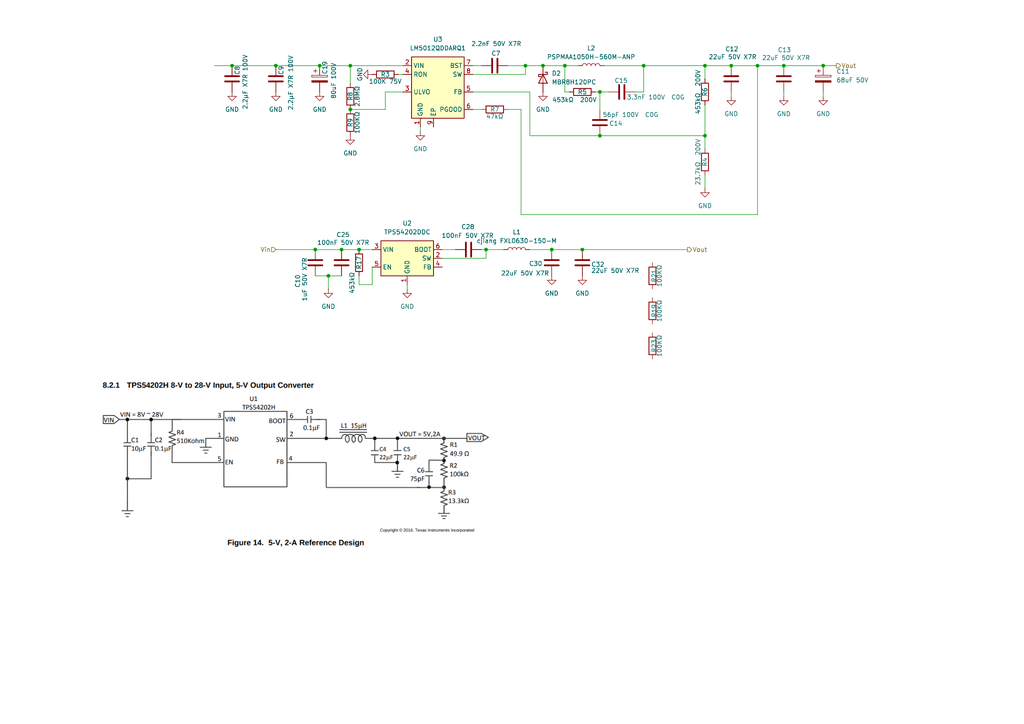
<source format=kicad_sch>
(kicad_sch (version 20250114) (generator "eeschema") (generator_version "9.0")
  (paper "A4")
  (lib_symbols
    (symbol "0_pdb_lib:LM5012QDDARQ1"
      (property "Reference" "U" (at -7.62 8.89 0))
      (property "Value" "LM5012QDDARQ1" (at -5.08 8.636 0))
      (symbol "LM5012QDDARQ1_0_1"
        (rectangle (start -7.62 7.62) (end 7.62 -10.16) (stroke (width 0.254)) (fill (type background)))
      )
      (symbol "LM5012QDDARQ1_1_1"
        (pin power_in line (at -10.16 5.08 0) (length 2.54) (name "VIN") (number "2"))
        (pin input line (at -10.16 2.54 0) (length 2.54) (name "RON") (number "4"))
        (pin input line (at -10.16 -2.54 0) (length 2.54) (name "ULVO") (number "3"))
        (pin power_in line (at -5.08 -12.7 90) (length 2.54) (name "GND") (number "1"))
        (pin power_in line (at -1.27 -12.7 90) (length 2.54) (name "EP") (number "9"))
        (pin input line (at 10.16 5.08 180) (length 2.54) (name "BST") (number "7"))
        (pin output line (at 10.16 2.54 180) (length 2.54) (name "SW") (number "8"))
        (pin input line (at 10.16 -2.54 180) (length 2.54) (name "FB") (number "5"))
        (pin output line (at 10.16 -7.62 180) (length 2.54) (name "PGOOD") (number "6"))
      )
    )
    (symbol "Device:C" (pin_numbers (hide yes)) (pin_names (offset 0.254))
      (property "Reference" "C" (at 0.635 2.54 0))
      (property "Value" "C" (at 0.635 -2.54 0))
      (symbol "C_0_1"
        (polyline (pts (xy -2.032 0.762) (xy 2.032 0.762)) (stroke (width 0.508)))
        (polyline (pts (xy -2.032 -0.762) (xy 2.032 -0.762)) (stroke (width 0.508)))
      )
      (symbol "C_1_1"
        (pin passive line (at 0 3.81 270) (length 2.794) (name "~") (number "1"))
        (pin passive line (at 0 -3.81 90) (length 2.794) (name "~") (number "2"))
      )
    )
    (symbol "Device:C_Polarized" (pin_numbers (hide yes)) (pin_names (offset 0.254))
      (property "Reference" "C" (at 0.635 2.54 0))
      (property "Value" "C_Polarized" (at 0.635 -2.54 0))
      (symbol "C_Polarized_0_1"
        (rectangle (start -2.286 0.508) (end 2.286 1.016))
        (polyline (pts (xy -1.778 2.286) (xy -0.762 2.286)))
        (polyline (pts (xy -1.27 2.794) (xy -1.27 1.778)))
        (rectangle (start 2.286 -0.508) (end -2.286 -1.016) (fill (type outline)))
      )
      (symbol "C_Polarized_1_1"
        (pin passive line (at 0 3.81 270) (length 2.794) (name "~") (number "1"))
        (pin passive line (at 0 -3.81 90) (length 2.794) (name "~") (number "2"))
      )
    )
    (symbol "Device:D_Schottky" (pin_numbers (hide yes)) (pin_names (offset 1.016) (hide yes))
      (property "Reference" "D" (at 0 2.54 0))
      (property "Value" "D_Schottky" (at 0 -2.54 0))
      (symbol "D_Schottky_0_1"
        (polyline (pts (xy -1.905 0.635) (xy -1.905 1.27) (xy -1.27 1.27) (xy -1.27 -1.27) (xy -0.635 -1.27) (xy -0.635 -0.635)) (stroke (width 0.254)))
        (polyline (pts (xy 1.27 1.27) (xy 1.27 -1.27) (xy -1.27 0) (xy 1.27 1.27)) (stroke (width 0.254)))
        (polyline (pts (xy 1.27 0) (xy -1.27 0)))
      )
      (symbol "D_Schottky_1_1"
        (pin passive line (at -3.81 0 0) (length 2.54) (name "K") (number "1"))
        (pin passive line (at 3.81 0 180) (length 2.54) (name "A") (number "2"))
      )
    )
    (symbol "Device:L" (pin_numbers (hide yes)) (pin_names (offset 1.016) (hide yes))
      (property "Reference" "L" (at -1.27 0 90))
      (property "Value" "L" (at 1.905 0 90))
      (symbol "L_0_1"
        (arc (start 0 2.54) (mid 0.6323 1.905) (end 0 1.27))
        (arc (start 0 1.27) (mid 0.6323 0.635) (end 0 0))
        (arc (start 0 0) (mid 0.6323 -0.635) (end 0 -1.27))
        (arc (start 0 -1.27) (mid 0.6323 -1.905) (end 0 -2.54))
      )
      (symbol "L_1_1"
        (pin passive line (at 0 3.81 270) (length 1.27) (name "1") (number "1"))
        (pin passive line (at 0 -3.81 90) (length 1.27) (name "2") (number "2"))
      )
    )
    (symbol "Device:R" (pin_numbers (hide yes)) (pin_names (offset 0))
      (property "Reference" "R" (at 2.032 0 90))
      (property "Value" "R" (at 0 0 90))
      (symbol "R_0_1"
        (rectangle (start -1.016 -2.54) (end 1.016 2.54) (stroke (width 0.254)))
      )
      (symbol "R_1_1"
        (pin passive line (at 0 3.81 270) (length 1.27) (name "~") (number "1"))
        (pin passive line (at 0 -3.81 90) (length 1.27) (name "~") (number "2"))
      )
    )
    (symbol "Regulator_Switching:TPS54202DDC"
      (property "Reference" "U" (at -7.62 6.35 0))
      (property "Value" "TPS54202DDC" (at 0 6.35 0))
      (symbol "TPS54202DDC_0_1"
        (rectangle (start -7.62 5.08) (end 7.62 -5.08) (stroke (width 0.254)) (fill (type background)))
      )
      (symbol "TPS54202DDC_1_1"
        (pin power_in line (at -10.16 2.54 0) (length 2.54) (name "VIN") (number "3"))
        (pin input line (at -10.16 -2.54 0) (length 2.54) (name "EN") (number "5"))
        (pin power_in line (at 0 -7.62 90) (length 2.54) (name "GND") (number "1"))
        (pin passive line (at 10.16 2.54 180) (length 2.54) (name "BOOT") (number "6"))
        (pin power_out line (at 10.16 0 180) (length 2.54) (name "SW") (number "2"))
        (pin input line (at 10.16 -2.54 180) (length 2.54) (name "FB") (number "4"))
      )
    )
    (symbol "power:GND" (power) (pin_numbers (hide yes)) (pin_names (offset 0) (hide yes))
      (property "Value" "GND" (at 0 -3.81 0))
      (symbol "GND_0_1"
        (polyline (pts (xy 0 0) (xy 0 -1.27) (xy 1.27 -1.27) (xy 0 -2.54) (xy -1.27 -1.27) (xy 0 -1.27)))
      )
      (symbol "GND_1_1"
        (pin power_in line (at 0 0 270) (length 0) (name "~") (number "1"))
      )
    )
  )
  (junction (at 67.31 19.05))
  (junction (at 168.91 72.39))
  (junction (at 101.6 19.05))
  (junction (at 204.47 19.05))
  (junction (at 212.09 19.05))
  (junction (at 91.44 72.39))
  (junction (at 227.33 19.05))
  (junction (at 92.71 19.05))
  (junction (at 95.25 80.01))
  (junction (at 173.99 26.67))
  (junction (at 157.48 19.05))
  (junction (at 163.83 19.05))
  (junction (at 219.71 19.05))
  (junction (at 204.47 39.37))
  (junction (at 238.76 19.05))
  (junction (at 140.97 72.39))
  (junction (at 99.06 72.39))
  (junction (at 104.14 72.39))
  (junction (at 152.4 19.05))
  (junction (at 173.99 39.37))
  (junction (at 101.6 31.75))
  (junction (at 186.69 19.05))
  (junction (at 160.02 72.39))
  (junction (at 80.01 19.05))
  (wire (pts (xy 140.97 72.39) (xy 140.97 74.93)))
  (wire (pts (xy 137.16 21.59) (xy 152.4 21.59)))
  (wire (pts (xy 121.92 38.1) (xy 121.92 36.83)))
  (wire (pts (xy 152.4 21.59) (xy 152.4 19.05)))
  (wire (pts (xy 157.48 19.05) (xy 163.83 19.05)))
  (wire (pts (xy 204.47 54.61) (xy 204.47 50.8)))
  (wire (pts (xy 227.33 19.05) (xy 238.76 19.05)))
  (wire (pts (xy 172.72 26.67) (xy 173.99 26.67)))
  (wire (pts (xy 139.7 72.39) (xy 140.97 72.39)))
  (wire (pts (xy 137.16 19.05) (xy 139.7 19.05)))
  (wire (pts (xy 140.97 74.93) (xy 128.27 74.93)))
  (wire (pts (xy 165.1 26.67) (xy 163.83 26.67)))
  (wire (pts (xy 238.76 26.67) (xy 238.76 27.94)))
  (wire (pts (xy 101.6 19.05) (xy 101.6 24.13)))
  (wire (pts (xy 104.14 72.39) (xy 107.95 72.39)))
  (wire (pts (xy 62.23 19.05) (xy 67.31 19.05)))
  (wire (pts (xy 204.47 30.48) (xy 204.47 39.37)))
  (wire (pts (xy 186.69 19.05) (xy 186.69 26.67)))
  (wire (pts (xy 104.14 82.55) (xy 107.95 82.55)))
  (wire (pts (xy 153.67 39.37) (xy 173.99 39.37)))
  (wire (pts (xy 95.25 83.82) (xy 95.25 80.01)))
  (wire (pts (xy 111.76 26.67) (xy 111.76 31.75)))
  (wire (pts (xy 152.4 19.05) (xy 147.32 19.05)))
  (wire (pts (xy 101.6 19.05) (xy 116.84 19.05)))
  (wire (pts (xy 111.76 31.75) (xy 101.6 31.75)))
  (wire (pts (xy 115.57 21.59) (xy 116.84 21.59)))
  (wire (pts (xy 163.83 26.67) (xy 163.83 19.05)))
  (wire (pts (xy 137.16 26.67) (xy 153.67 26.67)))
  (wire (pts (xy 80.01 19.05) (xy 92.71 19.05)))
  (wire (pts (xy 91.44 80.01) (xy 95.25 80.01)))
  (wire (pts (xy 163.83 19.05) (xy 167.64 19.05)))
  (wire (pts (xy 204.47 39.37) (xy 204.47 43.18)))
  (wire (pts (xy 238.76 19.05) (xy 242.57 19.05)))
  (wire (pts (xy 160.02 72.39) (xy 168.91 72.39)))
  (wire (pts (xy 168.91 72.39) (xy 199.39 72.39)))
  (wire (pts (xy 91.44 72.39) (xy 99.06 72.39)))
  (wire (pts (xy 151.13 31.75) (xy 151.13 62.23)))
  (wire (pts (xy 173.99 26.67) (xy 173.99 31.75)))
  (wire (pts (xy 99.06 72.39) (xy 104.14 72.39)))
  (wire (pts (xy 151.13 62.23) (xy 219.71 62.23)))
  (wire (pts (xy 104.14 80.01) (xy 104.14 82.55)))
  (wire (pts (xy 175.26 19.05) (xy 186.69 19.05)))
  (wire (pts (xy 186.69 26.67) (xy 184.15 26.67)))
  (wire (pts (xy 92.71 19.05) (xy 101.6 19.05)))
  (wire (pts (xy 204.47 39.37) (xy 173.99 39.37)))
  (wire (pts (xy 212.09 26.67) (xy 212.09 27.94)))
  (wire (pts (xy 204.47 19.05) (xy 212.09 19.05)))
  (wire (pts (xy 219.71 19.05) (xy 227.33 19.05)))
  (wire (pts (xy 212.09 19.05) (xy 219.71 19.05)))
  (wire (pts (xy 67.31 19.05) (xy 80.01 19.05)))
  (wire (pts (xy 118.11 83.82) (xy 118.11 82.55)))
  (wire (pts (xy 227.33 26.67) (xy 227.33 27.94)))
  (wire (pts (xy 153.67 72.39) (xy 160.02 72.39)))
  (wire (pts (xy 152.4 19.05) (xy 157.48 19.05)))
  (wire (pts (xy 128.27 72.39) (xy 132.08 72.39)))
  (wire (pts (xy 173.99 26.67) (xy 176.53 26.67)))
  (wire (pts (xy 153.67 26.67) (xy 153.67 39.37)))
  (wire (pts (xy 107.95 82.55) (xy 107.95 77.47)))
  (wire (pts (xy 147.32 31.75) (xy 151.13 31.75)))
  (wire (pts (xy 219.71 62.23) (xy 219.71 19.05)))
  (wire (pts (xy 137.16 31.75) (xy 139.7 31.75)))
  (wire (pts (xy 95.25 80.01) (xy 99.06 80.01)))
  (wire (pts (xy 80.01 72.39) (xy 91.44 72.39)))
  (wire (pts (xy 140.97 72.39) (xy 146.05 72.39)))
  (wire (pts (xy 204.47 22.86) (xy 204.47 19.05)))
  (wire (pts (xy 186.69 19.05) (xy 204.47 19.05)))
  (wire (pts (xy 116.84 26.67) (xy 111.76 26.67)))
  (image (at 85.09 134.62) (scale 0.456715))
  (hierarchical_label "Vout" (shape output) (at 242.57 19.05 0))
  (hierarchical_label "Vout" (shape output) (at 199.39 72.39 0))
  (hierarchical_label "Vin" (shape input) (at 80.01 72.39 180))
  (symbol (lib_id "Device:C") (at 227.33 22.86 180) (unit 1)
    (property "Reference" "C13" (at 225.552 14.478 0) (effects (justify right)))
    (property "Value" "22uF 50V X7R" (at 220.98 16.764 0) (effects (justify right)))
    (property "Footprint" "Capacitor_SMD:C_1812_4532Metric" (effects (hide yes)))
    (property "Description" "Unpolarized capacitor" (effects (hide yes)))
    (property "LCSC Part #" "C22388553" (effects (hide yes)))
    (instances (project "pdb" (path "" (reference "C13") (unit 1)) (path "" (reference "C21") (unit 1))))
  )
  (symbol (lib_id "power:GND") (at 101.6 39.37 0) (unit 1)
    (property "Reference" "#PWR045" (effects (hide yes)))
    (property "Value" "GND" (at 101.6 44.45 0))
    (property "Description" "Power symbol creates a global label with name \"GND\" , ground" (effects (hide yes)))
    (instances (project "pdb" (path "" (reference "#PWR045") (unit 1)) (path "" (reference "#PWR067") (unit 1))))
  )
  (symbol (lib_id "Device:R") (at 189.23 100.33 0) (unit 1)
    (property "Reference" "R23" (at 189.738 100.33 90))
    (property "Value" "100KΩ" (at 191.262 100.33 90))
    (property "Footprint" "Resistor_SMD:R_1206_3216Metric" (effects (hide yes)))
    (property "Description" "Resistor" (effects (hide yes)))
    (property "LCSC Part #" "C17900" (effects (hide yes)))
    (instances (project "pdb" (path "" (reference "R23") (unit 1)) (path "" (reference "R24") (unit 1))))
  )
  (symbol (lib_id "Device:D_Schottky") (at 157.48 22.86 270) (unit 1)
    (property "Reference" "D" (at 160.02 21.2724 90) (effects (justify left)))
    (property "Value" "MBR8H120PC" (at 160.02 23.8124 90) (effects (justify left)))
    (property "Footprint" "Library:TO-277C" (effects (hide yes)))
    (property "Description" "Schottky diode" (effects (hide yes)))
    (property "LCSC Part #" "C19845038" (effects (hide yes)))
    (instances (project "pdb" (path "" (reference "D2") (unit 1))))
  )
  (symbol (lib_id "Device:R") (at 168.91 26.67 270) (unit 1)
    (property "Reference" "R5" (at 168.91 26.67 90))
    (property "Value" "453kΩ  200V" (at 166.624 28.956 90))
    (property "Footprint" "Resistor_SMD:R_1206_3216Metric" (effects (hide yes)))
    (property "Description" "Resistor" (effects (hide yes)))
    (property "LCSC Part #" "C2085565" (effects (hide yes)))
    (instances (project "pdb" (path "" (reference "R5") (unit 1)) (path "" (reference "R11") (unit 1))))
  )
  (symbol (lib_id "Device:L") (at 149.86 72.39 90) (unit 1)
    (property "Reference" "L1" (at 149.86 67.31 90))
    (property "Value" "cjiang FXL0630-150-M" (at 149.86 69.85 90))
    (property "Footprint" "Inductor_SMD:L_Sunlord_MWSA0624S" (effects (hide yes)))
    (property "Description" "Inductor" (effects (hide yes)))
    (property "LCSC Part #" "C177243" (effects (hide yes)))
    (instances (project "pdb" (path "" (reference "L1") (unit 1)) (path "" (reference "L3") (unit 1))))
  )
  (symbol (lib_id "Device:R") (at 204.47 46.99 180) (unit 1)
    (property "Reference" "R4" (at 204.47 46.99 90))
    (property "Value" "23.7kΩ  200V" (at 202.438 46.99 90))
    (property "Footprint" "Resistor_SMD:R_1206_3216Metric" (effects (hide yes)))
    (property "Description" "Resistor" (effects (hide yes)))
    (property "LCSC Part #" "C2085565" (effects (hide yes)))
    (instances (project "pdb" (path "" (reference "R4") (unit 1)) (path "" (reference "R16") (unit 1))))
  )
  (symbol (lib_id "power:GND") (at 107.95 21.59 270) (unit 1)
    (property "Reference" "#PWR046" (effects (hide yes)))
    (property "Value" "GND" (at 104.394 23.622 0) (effects (justify right)))
    (property "Description" "Power symbol creates a global label with name \"GND\" , ground" (effects (hide yes)))
    (instances (project "pdb" (path "" (reference "#PWR046") (unit 1)) (path "" (reference "#PWR024") (unit 1))))
  )
  (symbol (lib_id "Device:C") (at 67.31 22.86 0) (unit 1)
    (property "Reference" "C8" (at 68.834 19.05 90) (effects (justify right)))
    (property "Value" "2.2µF X7R 100V" (at 71.12 15.748 90) (effects (justify right)))
    (property "Footprint" "Capacitor_SMD:C_1206_3216Metric" (effects (hide yes)))
    (property "Description" "Unpolarized capacitor" (effects (hide yes)))
    (property "LCSC Part #" "C577211" (effects (hide yes)))
    (instances (project "pdb" (path "" (reference "C8") (unit 1)) (path "" (reference "C17") (unit 1))))
  )
  (symbol (lib_id "Device:R") (at 111.76 21.59 270) (unit 1)
    (property "Reference" "R3" (at 111.76 21.59 90))
    (property "Value" "100K 75V" (at 111.76 23.622 90))
    (property "Footprint" "Resistor_SMD:R_0603_1608Metric" (effects (hide yes)))
    (property "Description" "Resistor" (effects (hide yes)))
    (property "LCSC Part #" "C25803" (effects (hide yes)))
    (instances (project "pdb" (path "" (reference "R3") (unit 1)) (path "" (reference "R10") (unit 1))))
  )
  (symbol (lib_id "Device:R") (at 104.14 76.2 180) (unit 1)
    (property "Reference" "R17" (at 104.14 76.2 90))
    (property "Value" "453kΩ" (at 102.108 82.042 90))
    (property "Footprint" "Resistor_SMD:R_1206_3216Metric" (effects (hide yes)))
    (property "Description" "Resistor" (effects (hide yes)))
    (property "LCSC Part #" "C2085565" (effects (hide yes)))
    (instances (project "pdb" (path "" (reference "R17") (unit 1)) (path "" (reference "R18") (unit 1))))
  )
  (symbol (lib_id "Device:C") (at 143.51 19.05 90) (unit 1)
    (property "Reference" "C7" (at 142.494 15.494 90) (effects (justify right)))
    (property "Value" "2.2nF 50V X7R" (at 136.652 12.7 90) (effects (justify right)))
    (property "Footprint" "Capacitor_SMD:C_0603_1608Metric" (effects (hide yes)))
    (property "Description" "Unpolarized capacitor" (effects (hide yes)))
    (property "LCSC Part #" "C86023" (effects (hide yes)))
    (instances (project "pdb" (path "" (reference "C7") (unit 1)) (path "" (reference "C16") (unit 1))))
  )
  (symbol (lib_id "Device:C_Polarized") (at 238.76 22.86 0) (unit 1)
    (property "Reference" "C11" (at 242.57 20.7009 0) (effects (justify left)))
    (property "Value" "68uF 50V" (at 242.57 23.2409 0) (effects (justify left)))
    (property "Footprint" "Capacitor_SMD:CP_Elec_6.3x7.7" (effects (hide yes)))
    (property "Description" "Polarized capacitor" (effects (hide yes)))
    (property "LCSC Part #" "C5221836" (effects (hide yes)))
    (instances (project "pdb" (path "" (reference "C11") (unit 1)) (path "" (reference "C22") (unit 1))))
  )
  (symbol (lib_id "power:GND") (at 67.31 26.67 0) (unit 1)
    (property "Reference" "#PWR" (effects (hide yes)))
    (property "Value" "GND" (at 67.31 31.75 0))
    (property "Description" "Power symbol creates a global label with name \"GND\" , ground" (effects (hide yes)))
    (instances (project "pdb" (path "" (reference "#PWR027") (unit 1))))
  )
  (symbol (lib_id "power:GND") (at 157.48 26.67 0) (unit 1)
    (property "Reference" "#PWR048" (effects (hide yes)))
    (property "Value" "GND" (at 157.48 31.75 0))
    (property "Description" "Power symbol creates a global label with name \"GND\" , ground" (effects (hide yes)))
    (instances (project "pdb" (path "" (reference "#PWR048") (unit 1)) (path "" (reference "#PWR062") (unit 1))))
  )
  (symbol (lib_id "power:GND") (at 238.76 27.94 0) (unit 1)
    (property "Reference" "#PWR052" (effects (hide yes)))
    (property "Value" "GND" (at 238.76 33.02 0))
    (property "Description" "Power symbol creates a global label with name \"GND\" , ground" (effects (hide yes)))
    (instances (project "pdb" (path "" (reference "#PWR052") (unit 1)) (path "" (reference "#PWR065") (unit 1))))
  )
  (symbol (lib_id "power:GND") (at 118.11 83.82 0) (unit 1)
    (property "Reference" "#PWR070" (effects (hide yes)))
    (property "Value" "GND" (at 118.11 88.9 0))
    (property "Description" "Power symbol creates a global label with name \"GND\" , ground" (effects (hide yes)))
    (instances (project "pdb" (path "" (reference "#PWR070") (unit 1)) (path "" (reference "#PWR071") (unit 1))))
  )
  (symbol (lib_id "Device:L") (at 171.45 19.05 90) (unit 1)
    (property "Reference" "L" (at 171.45 13.97 90))
    (property "Value" "PSPMAA1050H-560M-ANP" (at 171.45 16.51 90))
    (property "Footprint" "Inductor_SMD:L_Sunlord_MWSA1005S" (effects (hide yes)))
    (property "Description" "Inductor" (effects (hide yes)))
    (property "LCSC Part #" "C5273831" (effects (hide yes)))
    (instances (project "pdb" (path "" (reference "L2") (unit 1))))
  )
  (symbol (lib_id "Device:C") (at 135.89 72.39 90) (unit 1)
    (property "Reference" "C28" (at 137.668 65.786 90) (effects (justify left)))
    (property "Value" "100nF 50V X7R" (at 143.256 68.326 90) (effects (justify left)))
    (property "Footprint" "Capacitor_SMD:C_0603_1608Metric" (effects (hide yes)))
    (property "Description" "Unpolarized capacitor" (effects (hide yes)))
    (property "LCSC Part #" "C14663" (effects (hide yes)))
    (instances (project "pdb" (path "" (reference "C28") (unit 1)) (path "" (reference "C29") (unit 1))))
  )
  (symbol (lib_id "power:GND") (at 204.47 54.61 0) (unit 1)
    (property "Reference" "#PWR049" (effects (hide yes)))
    (property "Value" "GND" (at 204.47 59.69 0))
    (property "Description" "Power symbol creates a global label with name \"GND\" , ground" (effects (hide yes)))
    (instances (project "pdb" (path "" (reference "#PWR049") (unit 1)) (path "" (reference "#PWR068") (unit 1))))
  )
  (symbol (lib_id "Device:R") (at 101.6 27.94 0) (unit 1)
    (property "Reference" "R8" (at 101.6 27.94 90))
    (property "Value" "2.8MΩ" (at 103.632 27.94 90))
    (property "Footprint" "Resistor_SMD:R_1206_3216Metric" (effects (hide yes)))
    (property "Description" "Resistor" (effects (hide yes)))
    (property "LCSC Part #" "C488723" (effects (hide yes)))
    (instances (project "pdb" (path "" (reference "R8") (unit 1)) (path "" (reference "R13") (unit 1))))
  )
  (symbol (lib_id "Device:C") (at 180.34 26.67 270) (unit 1)
    (property "Reference" "C15" (at 182.118 23.368 90) (effects (justify right)))
    (property "Value" "3.3nF 100V  C0G" (at 198.628 28.194 90) (effects (justify right)))
    (property "Footprint" "Capacitor_SMD:C_1206_3216Metric" (effects (hide yes)))
    (property "Description" "Unpolarized capacitor" (effects (hide yes)))
    (property "LCSC Part #" "C2915710" (effects (hide yes)))
    (instances (project "pdb" (path "" (reference "C15") (unit 1)) (path "" (reference "C23") (unit 1))))
  )
  (symbol (lib_id "Device:C_Polarized") (at 92.71 22.86 0) (unit 1)
    (property "Reference" "C" (at 94.234 21.59 90) (effects (justify left)))
    (property "Value" "80uF 100V" (at 96.774 28.702 90) (effects (justify left)))
    (property "Footprint" "Capacitor_SMD:CP_Elec_10x10.5" (effects (hide yes)))
    (property "Description" "Polarized capacitor" (effects (hide yes)))
    (property "LCSC Part #" "C22387789" (effects (hide yes)))
    (instances (project "pdb" (path "" (reference "C19") (unit 1))))
  )
  (symbol (lib_id "Device:C") (at 99.06 76.2 0) (unit 1)
    (property "Reference" "C25" (at 97.536 68.072 0) (effects (justify left)))
    (property "Value" "100nF 50V X7R" (at 91.948 70.358 0) (effects (justify left)))
    (property "Footprint" "Capacitor_SMD:C_0603_1608Metric" (effects (hide yes)))
    (property "Description" "Unpolarized capacitor" (effects (hide yes)))
    (property "LCSC Part #" "C14663" (effects (hide yes)))
    (instances (project "pdb" (path "" (reference "C25") (unit 1)) (path "" (reference "C27") (unit 1))))
  )
  (symbol (lib_id "Device:R") (at 101.6 35.56 0) (unit 1)
    (property "Reference" "R9" (at 101.6 35.56 90))
    (property "Value" "100KΩ" (at 103.632 35.56 90))
    (property "Footprint" "Resistor_SMD:R_1206_3216Metric" (effects (hide yes)))
    (property "Description" "Resistor" (effects (hide yes)))
    (property "LCSC Part #" "C17900" (effects (hide yes)))
    (instances (project "pdb" (path "" (reference "R9") (unit 1)) (path "" (reference "R15") (unit 1))))
  )
  (symbol (lib_id "Device:R") (at 204.47 26.67 180) (unit 1)
    (property "Reference" "R6" (at 204.47 26.67 90))
    (property "Value" "453kΩ  200V" (at 202.438 26.67 90))
    (property "Footprint" "Resistor_SMD:R_1206_3216Metric" (effects (hide yes)))
    (property "Description" "Resistor" (effects (hide yes)))
    (property "LCSC Part #" "C2085565" (effects (hide yes)))
    (instances (project "pdb" (path "" (reference "R6") (unit 1)) (path "" (reference "R12") (unit 1))))
  )
  (symbol (lib_id "power:GND") (at 168.91 80.01 0) (unit 1)
    (property "Reference" "#PWR074" (effects (hide yes)))
    (property "Value" "GND" (at 168.91 85.09 0))
    (property "Description" "Power symbol creates a global label with name \"GND\" , ground" (effects (hide yes)))
    (instances (project "pdb" (path "" (reference "#PWR074") (unit 1)) (path "" (reference "#PWR075") (unit 1))))
  )
  (symbol (lib_id "Device:R") (at 189.23 90.17 0) (unit 1)
    (property "Reference" "R19" (at 189.738 90.17 90))
    (property "Value" "100KΩ" (at 191.262 90.17 90))
    (property "Footprint" "Resistor_SMD:R_1206_3216Metric" (effects (hide yes)))
    (property "Description" "Resistor" (effects (hide yes)))
    (property "LCSC Part #" "C17900" (effects (hide yes)))
    (instances (project "pdb" (path "" (reference "R19") (unit 1)) (path "" (reference "R20") (unit 1))))
  )
  (symbol (lib_id "Device:R") (at 143.51 31.75 270) (unit 1)
    (property "Reference" "R7" (at 143.51 31.75 90))
    (property "Value" "47kΩ" (at 143.51 33.782 90))
    (property "Footprint" "Resistor_SMD:R_0805_2012Metric" (effects (hide yes)))
    (property "Description" "Resistor" (effects (hide yes)))
    (property "LCSC Part #" "C17713" (effects (hide yes)))
    (instances (project "pdb" (path "" (reference "R7") (unit 1)) (path "" (reference "R14") (unit 1))))
  )
  (symbol (lib_id "Device:C") (at 160.02 76.2 180) (unit 1)
    (property "Reference" "C30" (at 153.416 76.454 0) (effects (justify right)))
    (property "Value" "22uF 50V X7R" (at 145.288 79.248 0) (effects (justify right)))
    (property "Footprint" "Capacitor_SMD:C_1812_4532Metric" (effects (hide yes)))
    (property "Description" "Unpolarized capacitor" (effects (hide yes)))
    (property "LCSC Part #" "C22388553" (effects (hide yes)))
    (instances (project "pdb" (path "" (reference "C30") (unit 1)) (path "" (reference "C31") (unit 1))))
  )
  (symbol (lib_id "Device:C") (at 168.91 76.2 180) (unit 1)
    (property "Reference" "C32" (at 171.45 76.708 0) (effects (justify right)))
    (property "Value" "22uF 50V X7R" (at 171.45 78.486 0) (effects (justify right)))
    (property "Footprint" "Capacitor_SMD:C_1812_4532Metric" (effects (hide yes)))
    (property "Description" "Unpolarized capacitor" (effects (hide yes)))
    (property "LCSC Part #" "C22388553" (effects (hide yes)))
    (instances (project "pdb" (path "" (reference "C32") (unit 1)) (path "" (reference "C33") (unit 1))))
  )
  (symbol (lib_id "Device:C") (at 80.01 22.86 0) (unit 1)
    (property "Reference" "C9" (at 81.534 19.05 90) (effects (justify right)))
    (property "Value" "2.2µF X7R 100V" (at 84.328 16.002 90) (effects (justify right)))
    (property "Footprint" "Capacitor_SMD:C_1206_3216Metric" (effects (hide yes)))
    (property "Description" "Unpolarized capacitor" (effects (hide yes)))
    (property "LCSC Part #" "C577211" (effects (hide yes)))
    (instances (project "pdb" (path "" (reference "C9") (unit 1)) (path "" (reference "C18") (unit 1))))
  )
  (symbol (lib_id "power:GND") (at 92.71 26.67 0) (unit 1)
    (property "Reference" "#PWR044" (effects (hide yes)))
    (property "Value" "GND" (at 92.71 31.75 0))
    (property "Description" "Power symbol creates a global label with name \"GND\" , ground" (effects (hide yes)))
    (instances (project "pdb" (path "" (reference "#PWR044") (unit 1)) (path "" (reference "#PWR061") (unit 1))))
  )
  (symbol (lib_id "power:GND") (at 80.01 26.67 0) (unit 1)
    (property "Reference" "#PWR043" (effects (hide yes)))
    (property "Value" "GND" (at 80.01 31.75 0))
    (property "Description" "Power symbol creates a global label with name \"GND\" , ground" (effects (hide yes)))
    (instances (project "pdb" (path "" (reference "#PWR043") (unit 1)) (path "" (reference "#PWR060") (unit 1))))
  )
  (symbol (lib_id "Regulator_Switching:TPS54202DDC") (at 118.11 74.93 0) (unit 1)
    (property "Reference" "U2" (at 118.11 64.77 0))
    (property "Value" "TPS54202DDC" (at 118.11 67.31 0))
    (property "Footprint" "Package_TO_SOT_SMD:SOT-23-6" (effects (hide yes)))
    (property "Datasheet" "http://www.ti.com/lit/ds/symlink/tps54202.pdf" (effects (hide yes)))
    (property "Description" "2A, 4.5 to 28V Input, EMI Friendly integrated switch synchronous step-down regulator, pulse-skipping, SOT-23-6" (effects (hide yes)))
    (instances (project "" (path "" (reference "U2") (unit 1)) (path "" (reference "U4") (unit 1))))
  )
  (symbol (lib_id "Device:C") (at 212.09 22.86 180) (unit 1)
    (property "Reference" "C12" (at 210.312 14.224 0) (effects (justify right)))
    (property "Value" "22uF 50V X7R" (at 205.486 16.51 0) (effects (justify right)))
    (property "Footprint" "Capacitor_SMD:C_1812_4532Metric" (effects (hide yes)))
    (property "Description" "Unpolarized capacitor" (effects (hide yes)))
    (property "LCSC Part #" "C22388553" (effects (hide yes)))
    (instances (project "pdb" (path "" (reference "C12") (unit 1)) (path "" (reference "C20") (unit 1))))
  )
  (symbol (lib_id "power:GND") (at 212.09 27.94 0) (unit 1)
    (property "Reference" "#PWR050" (effects (hide yes)))
    (property "Value" "GND" (at 212.09 33.02 0))
    (property "Description" "Power symbol creates a global label with name \"GND\" , ground" (effects (hide yes)))
    (instances (project "pdb" (path "" (reference "#PWR050") (unit 1)) (path "" (reference "#PWR063") (unit 1))))
  )
  (symbol (lib_id "power:GND") (at 121.92 38.1 0) (unit 1)
    (property "Reference" "#PWR047" (effects (hide yes)))
    (property "Value" "GND" (at 121.92 43.18 0))
    (property "Description" "Power symbol creates a global label with name \"GND\" , ground" (effects (hide yes)))
    (instances (project "pdb" (path "" (reference "#PWR047") (unit 1)) (path "" (reference "#PWR066") (unit 1))))
  )
  (symbol (lib_id "power:GND") (at 227.33 27.94 0) (unit 1)
    (property "Reference" "#PWR051" (effects (hide yes)))
    (property "Value" "GND" (at 227.33 33.02 0))
    (property "Description" "Power symbol creates a global label with name \"GND\" , ground" (effects (hide yes)))
    (instances (project "pdb" (path "" (reference "#PWR051") (unit 1)) (path "" (reference "#PWR064") (unit 1))))
  )
  (symbol (lib_id "Device:C") (at 173.99 35.56 0) (unit 1)
    (property "Reference" "C14" (at 180.594 35.814 0) (effects (justify right)))
    (property "Value" "56pF 100V  C0G" (at 191.008 33.274 0) (effects (justify right)))
    (property "Footprint" "Capacitor_SMD:C_0603_1608Metric" (effects (hide yes)))
    (property "Description" "Unpolarized capacitor" (effects (hide yes)))
    (property "LCSC Part #" "C490535" (effects (hide yes)))
    (instances (project "pdb" (path "" (reference "C14") (unit 1)) (path "" (reference "C24") (unit 1))))
  )
  (symbol (lib_id "Device:R") (at 189.23 80.01 0) (unit 1)
    (property "Reference" "R21" (at 189.738 80.01 90))
    (property "Value" "100KΩ" (at 191.262 80.01 90))
    (property "Footprint" "Resistor_SMD:R_1206_3216Metric" (effects (hide yes)))
    (property "Description" "Resistor" (effects (hide yes)))
    (property "LCSC Part #" "C17900" (effects (hide yes)))
    (instances (project "pdb" (path "" (reference "R21") (unit 1)) (path "" (reference "R22") (unit 1))))
  )
  (symbol (lib_id "0_pdb_lib:LM5012QDDARQ1") (at 127 24.13 0) (unit 1)
    (property "Reference" "U" (at 127 11.43 0))
    (property "Value" "LM5012QDDARQ1" (at 127 13.97 0))
    (property "Footprint" "Package_SO:SOIC-8-1EP_3.9x4.9mm_P1.27mm_EP2.95x4.9mm_Mask2.71x3.4mm_ThermalVias" (effects (hide yes)))
    (property "Datasheet" "http://www.ti.com/lit/ds/symlink/lm5017.pdf" (effects (hide yes)))
    (property "Description" "600mA, 100V Step-Down Switching Regulator, PowerSO-8" (effects (hide yes)))
    (property "LCSC Part #" "C5451792" (effects (hide yes)))
    (instances (project "pdb" (path "" (reference "U3") (unit 1))))
  )
  (symbol (lib_id "power:GND") (at 95.25 83.82 0) (unit 1)
    (property "Reference" "#PWR058" (effects (hide yes)))
    (property "Value" "GND" (at 95.25 88.9 0))
    (property "Description" "Power symbol creates a global label with name \"GND\" , ground" (effects (hide yes)))
    (instances (project "" (path "" (reference "#PWR058") (unit 1)) (path "" (reference "#PWR059") (unit 1))))
  )
  (symbol (lib_id "Device:C") (at 91.44 76.2 180) (unit 1)
    (property "Reference" "C10" (at 86.36 81.534 90))
    (property "Value" "1uF 50V X7R" (at 88.392 81.026 90))
    (property "Footprint" "Capacitor_SMD:C_0603_1608Metric" (effects (hide yes)))
    (property "Description" "Unpolarized capacitor" (effects (hide yes)))
    (property "LCSC Part #" "C5199872" (effects (hide yes)))
    (instances (project "pdb" (path "" (reference "C10") (unit 1)) (path "" (reference "C26") (unit 1))))
  )
  (symbol (lib_id "power:GND") (at 160.02 80.01 0) (unit 1)
    (property "Reference" "#PWR072" (effects (hide yes)))
    (property "Value" "GND" (at 160.02 85.09 0))
    (property "Description" "Power symbol creates a global label with name \"GND\" , ground" (effects (hide yes)))
    (instances (project "pdb" (path "" (reference "#PWR072") (unit 1)) (path "" (reference "#PWR073") (unit 1))))
  )
)
</source>
